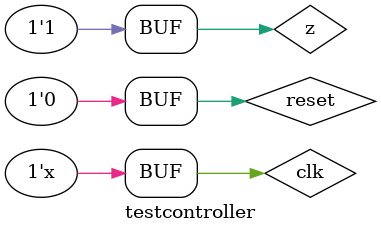
<source format=v>
`timescale 1ns / 1ps


module testcontroller;
reg reset,clk,z;
//output
wire [1:0]  mselect;
wire [1:0]  nselect;
controller dut(
    reset,
     clk,
     z,
    mselect,
    nselect
    );
    always 
 begin
  #5 clk=~clk;
 end
 
 initial begin
 clk=0;
 reset=0;
 #50;
 reset=1;
 #50;
  
  
 reset=0;
 
  
   
    #100;
    z=0;
  #50

z=1; 


   
 end
    
endmodule

</source>
